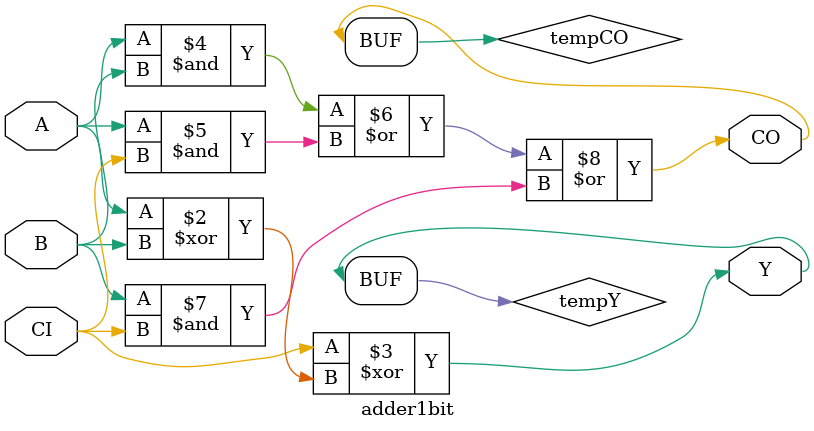
<source format=v>
module adder1bit (A,B,CI,Y,CO);

//inputs
input A,B;
input CI;

output Y,CO;


reg tempY;
reg tempCO;

assign CO = tempCO;
assign Y = tempY;

always @ (*) begin

  tempY <= (CI ^ (A ^ B));
  tempCO <= ((A & B) | (A & CI) | (B & CI));

end




endmodule

</source>
